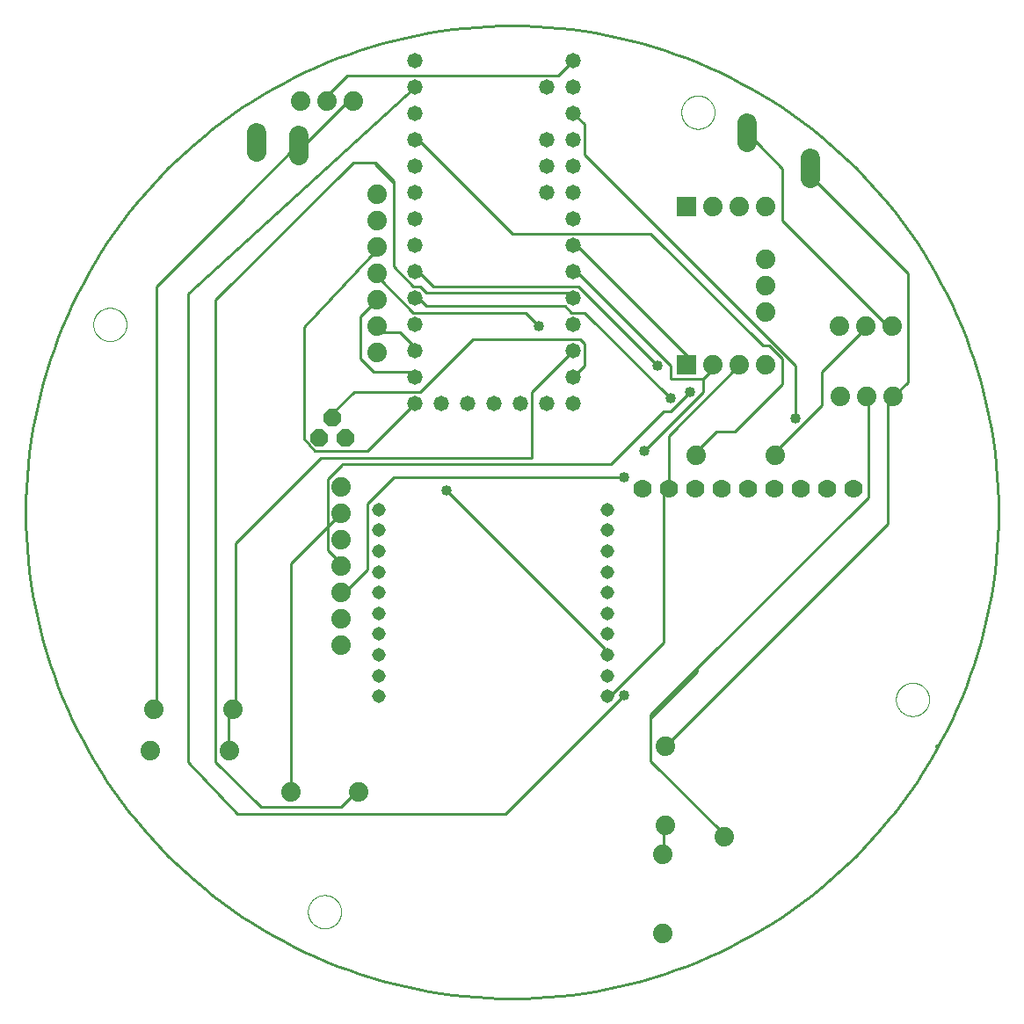
<source format=gtl>
G75*
%MOIN*%
%OFA0B0*%
%FSLAX25Y25*%
%IPPOS*%
%LPD*%
%AMOC8*
5,1,8,0,0,1.08239X$1,22.5*
%
%ADD10C,0.01000*%
%ADD11C,0.01600*%
%ADD12C,0.00000*%
%ADD13C,0.07000*%
%ADD14C,0.05800*%
%ADD15C,0.05150*%
%ADD16C,0.07400*%
%ADD17R,0.07400X0.07400*%
%ADD18C,0.07400*%
%ADD19OC8,0.06600*%
%ADD20C,0.04000*%
D10*
X0081602Y0071525D02*
X0062926Y0091202D01*
X0062926Y0268692D01*
X0149125Y0347225D01*
X0149125Y0327225D02*
X0150925Y0326525D01*
X0185925Y0291525D01*
X0238425Y0291525D01*
X0280925Y0249025D01*
X0283425Y0249025D01*
X0288425Y0244025D01*
X0288425Y0235187D01*
X0288425Y0234367D01*
X0270584Y0216525D01*
X0263425Y0216525D01*
X0255925Y0209025D01*
X0255779Y0207473D01*
X0245260Y0214860D02*
X0245260Y0194591D01*
X0243425Y0194025D01*
X0243425Y0136525D01*
X0223425Y0116525D01*
X0222099Y0115988D01*
X0228425Y0116525D02*
X0183425Y0071525D01*
X0081602Y0071525D01*
X0090013Y0074614D02*
X0090602Y0074025D01*
X0091268Y0074025D01*
X0120925Y0074025D01*
X0125925Y0079025D01*
X0127784Y0079728D01*
X0102194Y0079728D02*
X0102194Y0166530D01*
X0121025Y0185360D01*
X0130925Y0189025D02*
X0140925Y0199025D01*
X0228425Y0199025D01*
X0223425Y0204025D02*
X0243425Y0224025D01*
X0245925Y0224025D01*
X0253425Y0231525D01*
X0258425Y0231525D02*
X0258425Y0236525D01*
X0263425Y0241525D01*
X0262025Y0241625D01*
X0258425Y0236525D02*
X0245925Y0236525D01*
X0245925Y0241525D01*
X0210925Y0276525D01*
X0209125Y0277225D01*
X0210925Y0271525D02*
X0240925Y0241525D01*
X0252025Y0241625D02*
X0253425Y0244025D01*
X0210925Y0286525D01*
X0209125Y0287225D01*
X0210925Y0271525D02*
X0155925Y0271525D01*
X0150925Y0276525D01*
X0149125Y0277225D01*
X0148425Y0271525D02*
X0140925Y0279025D01*
X0140925Y0310846D01*
X0133939Y0317833D01*
X0133939Y0318512D01*
X0140925Y0311525D01*
X0140925Y0310846D01*
X0133939Y0318512D02*
X0125598Y0318512D01*
X0073425Y0266339D01*
X0073425Y0091868D01*
X0073425Y0091868D01*
X0073425Y0091202D01*
X0090013Y0074614D01*
X0078861Y0095429D02*
X0078425Y0096525D01*
X0078425Y0109025D01*
X0079989Y0111028D01*
X0080925Y0111525D01*
X0080925Y0174025D01*
X0113425Y0206525D01*
X0193425Y0206525D01*
X0193425Y0231525D01*
X0209125Y0247225D01*
X0213338Y0249777D02*
X0211589Y0251525D01*
X0170925Y0251525D01*
X0150925Y0231525D01*
X0125925Y0231525D01*
X0118425Y0224025D01*
X0117858Y0221627D01*
X0106925Y0213692D02*
X0110925Y0209025D01*
X0130925Y0209025D01*
X0149125Y0227225D01*
X0149125Y0237225D02*
X0148425Y0239025D01*
X0133425Y0239025D01*
X0128425Y0244025D01*
X0128425Y0259959D01*
X0133457Y0264991D01*
X0134825Y0266359D01*
X0133425Y0264025D01*
X0135925Y0274025D02*
X0134825Y0276359D01*
X0135925Y0274025D02*
X0148425Y0261525D01*
X0190925Y0261525D01*
X0195925Y0256525D01*
X0205925Y0264025D02*
X0208425Y0261525D01*
X0213425Y0261525D01*
X0245925Y0229025D01*
X0258425Y0231525D02*
X0235925Y0209025D01*
X0245260Y0214860D02*
X0272025Y0241625D01*
X0293425Y0241525D02*
X0293425Y0221525D01*
X0303425Y0226525D02*
X0285925Y0209025D01*
X0285779Y0207473D01*
X0303425Y0226525D02*
X0303425Y0239025D01*
X0313083Y0248683D01*
X0318425Y0254025D01*
X0320192Y0256428D01*
X0328425Y0256525D02*
X0330192Y0256428D01*
X0328425Y0256525D02*
X0288425Y0296525D01*
X0288425Y0316225D01*
X0279361Y0325290D01*
X0275025Y0329625D01*
X0275925Y0329025D01*
X0299126Y0312559D02*
X0300925Y0311525D01*
X0335925Y0276525D01*
X0335925Y0235012D01*
X0330517Y0229603D01*
X0328425Y0229025D01*
X0328425Y0181525D01*
X0245925Y0099025D01*
X0243924Y0097056D01*
X0238425Y0091525D02*
X0238425Y0107867D01*
X0256092Y0125533D01*
X0256092Y0126692D01*
X0238425Y0109025D01*
X0238425Y0107867D01*
X0238425Y0091525D02*
X0265925Y0064025D01*
X0266525Y0062625D01*
X0243924Y0067056D02*
X0243425Y0066525D01*
X0243425Y0056525D01*
X0243225Y0056224D01*
X0256092Y0126692D02*
X0320925Y0191525D01*
X0320925Y0229025D01*
X0320517Y0229603D01*
X0293425Y0241525D02*
X0213425Y0321525D01*
X0213425Y0332925D01*
X0209125Y0337225D01*
X0203425Y0351525D02*
X0123425Y0351525D01*
X0115925Y0344025D01*
X0115825Y0341725D01*
X0123425Y0341525D02*
X0125825Y0341725D01*
X0123425Y0341525D02*
X0108425Y0326525D01*
X0105925Y0326525D01*
X0105125Y0324925D01*
X0103425Y0324025D01*
X0081591Y0302191D01*
X0051261Y0271861D01*
X0050925Y0271525D01*
X0050925Y0111525D01*
X0049989Y0111028D01*
X0115925Y0171525D02*
X0115925Y0198524D01*
X0121262Y0203860D01*
X0121427Y0204025D01*
X0223425Y0204025D01*
X0209125Y0237225D02*
X0213338Y0241438D01*
X0213338Y0249777D01*
X0205925Y0264025D02*
X0153425Y0264025D01*
X0150925Y0266525D01*
X0149125Y0267225D01*
X0150925Y0271525D02*
X0153425Y0269025D01*
X0208425Y0269025D01*
X0209125Y0267225D01*
X0150925Y0271525D02*
X0148425Y0271525D01*
X0133425Y0284025D02*
X0134825Y0286359D01*
X0133425Y0284025D02*
X0132090Y0282690D01*
X0106925Y0256192D01*
X0106925Y0213692D01*
X0130925Y0189025D02*
X0130925Y0164025D01*
X0123425Y0156525D01*
X0121025Y0155360D01*
X0121025Y0165360D02*
X0120925Y0166525D01*
X0115925Y0171525D01*
X0160925Y0194025D02*
X0220925Y0134025D01*
X0222099Y0131736D01*
X0001500Y0185925D02*
X0001556Y0190451D01*
X0001722Y0194974D01*
X0002000Y0199492D01*
X0002388Y0204002D01*
X0002887Y0208501D01*
X0003496Y0212986D01*
X0004215Y0217455D01*
X0005044Y0221905D01*
X0005981Y0226333D01*
X0007027Y0230737D01*
X0008181Y0235114D01*
X0009441Y0239461D01*
X0010808Y0243776D01*
X0012281Y0248056D01*
X0013858Y0252299D01*
X0015539Y0256501D01*
X0017322Y0260662D01*
X0019207Y0264777D01*
X0021192Y0268845D01*
X0023277Y0272862D01*
X0025459Y0276828D01*
X0027738Y0280738D01*
X0030113Y0284592D01*
X0032581Y0288386D01*
X0035142Y0292118D01*
X0037793Y0295787D01*
X0040534Y0299389D01*
X0043363Y0302923D01*
X0046277Y0306386D01*
X0049275Y0309777D01*
X0052356Y0313094D01*
X0055517Y0316333D01*
X0058756Y0319494D01*
X0062073Y0322575D01*
X0065464Y0325573D01*
X0068927Y0328487D01*
X0072461Y0331316D01*
X0076063Y0334057D01*
X0079732Y0336708D01*
X0083464Y0339269D01*
X0087258Y0341737D01*
X0091112Y0344112D01*
X0095022Y0346391D01*
X0098988Y0348573D01*
X0103005Y0350658D01*
X0107073Y0352643D01*
X0111188Y0354528D01*
X0115349Y0356311D01*
X0119551Y0357992D01*
X0123794Y0359569D01*
X0128074Y0361042D01*
X0132389Y0362409D01*
X0136736Y0363669D01*
X0141113Y0364823D01*
X0145517Y0365869D01*
X0149945Y0366806D01*
X0154395Y0367635D01*
X0158864Y0368354D01*
X0163349Y0368963D01*
X0167848Y0369462D01*
X0172358Y0369850D01*
X0176876Y0370128D01*
X0181399Y0370294D01*
X0185925Y0370350D01*
X0190451Y0370294D01*
X0194974Y0370128D01*
X0199492Y0369850D01*
X0204002Y0369462D01*
X0208501Y0368963D01*
X0212986Y0368354D01*
X0217455Y0367635D01*
X0221905Y0366806D01*
X0226333Y0365869D01*
X0230737Y0364823D01*
X0235114Y0363669D01*
X0239461Y0362409D01*
X0243776Y0361042D01*
X0248056Y0359569D01*
X0252299Y0357992D01*
X0256501Y0356311D01*
X0260662Y0354528D01*
X0264777Y0352643D01*
X0268845Y0350658D01*
X0272862Y0348573D01*
X0276828Y0346391D01*
X0280738Y0344112D01*
X0284592Y0341737D01*
X0288386Y0339269D01*
X0292118Y0336708D01*
X0295787Y0334057D01*
X0299389Y0331316D01*
X0302923Y0328487D01*
X0306386Y0325573D01*
X0309777Y0322575D01*
X0313094Y0319494D01*
X0316333Y0316333D01*
X0319494Y0313094D01*
X0322575Y0309777D01*
X0325573Y0306386D01*
X0328487Y0302923D01*
X0331316Y0299389D01*
X0334057Y0295787D01*
X0336708Y0292118D01*
X0339269Y0288386D01*
X0341737Y0284592D01*
X0344112Y0280738D01*
X0346391Y0276828D01*
X0348573Y0272862D01*
X0350658Y0268845D01*
X0352643Y0264777D01*
X0354528Y0260662D01*
X0356311Y0256501D01*
X0357992Y0252299D01*
X0359569Y0248056D01*
X0361042Y0243776D01*
X0362409Y0239461D01*
X0363669Y0235114D01*
X0364823Y0230737D01*
X0365869Y0226333D01*
X0366806Y0221905D01*
X0367635Y0217455D01*
X0368354Y0212986D01*
X0368963Y0208501D01*
X0369462Y0204002D01*
X0369850Y0199492D01*
X0370128Y0194974D01*
X0370294Y0190451D01*
X0370350Y0185925D01*
X0370294Y0181399D01*
X0370128Y0176876D01*
X0369850Y0172358D01*
X0369462Y0167848D01*
X0368963Y0163349D01*
X0368354Y0158864D01*
X0367635Y0154395D01*
X0366806Y0149945D01*
X0365869Y0145517D01*
X0364823Y0141113D01*
X0363669Y0136736D01*
X0362409Y0132389D01*
X0361042Y0128074D01*
X0359569Y0123794D01*
X0357992Y0119551D01*
X0356311Y0115349D01*
X0354528Y0111188D01*
X0352643Y0107073D01*
X0350658Y0103005D01*
X0348573Y0098988D01*
X0346391Y0095022D01*
X0344112Y0091112D01*
X0341737Y0087258D01*
X0339269Y0083464D01*
X0336708Y0079732D01*
X0334057Y0076063D01*
X0331316Y0072461D01*
X0328487Y0068927D01*
X0325573Y0065464D01*
X0322575Y0062073D01*
X0319494Y0058756D01*
X0316333Y0055517D01*
X0313094Y0052356D01*
X0309777Y0049275D01*
X0306386Y0046277D01*
X0302923Y0043363D01*
X0299389Y0040534D01*
X0295787Y0037793D01*
X0292118Y0035142D01*
X0288386Y0032581D01*
X0284592Y0030113D01*
X0280738Y0027738D01*
X0276828Y0025459D01*
X0272862Y0023277D01*
X0268845Y0021192D01*
X0264777Y0019207D01*
X0260662Y0017322D01*
X0256501Y0015539D01*
X0252299Y0013858D01*
X0248056Y0012281D01*
X0243776Y0010808D01*
X0239461Y0009441D01*
X0235114Y0008181D01*
X0230737Y0007027D01*
X0226333Y0005981D01*
X0221905Y0005044D01*
X0217455Y0004215D01*
X0212986Y0003496D01*
X0208501Y0002887D01*
X0204002Y0002388D01*
X0199492Y0002000D01*
X0194974Y0001722D01*
X0190451Y0001556D01*
X0185925Y0001500D01*
X0181399Y0001556D01*
X0176876Y0001722D01*
X0172358Y0002000D01*
X0167848Y0002388D01*
X0163349Y0002887D01*
X0158864Y0003496D01*
X0154395Y0004215D01*
X0149945Y0005044D01*
X0145517Y0005981D01*
X0141113Y0007027D01*
X0136736Y0008181D01*
X0132389Y0009441D01*
X0128074Y0010808D01*
X0123794Y0012281D01*
X0119551Y0013858D01*
X0115349Y0015539D01*
X0111188Y0017322D01*
X0107073Y0019207D01*
X0103005Y0021192D01*
X0098988Y0023277D01*
X0095022Y0025459D01*
X0091112Y0027738D01*
X0087258Y0030113D01*
X0083464Y0032581D01*
X0079732Y0035142D01*
X0076063Y0037793D01*
X0072461Y0040534D01*
X0068927Y0043363D01*
X0065464Y0046277D01*
X0062073Y0049275D01*
X0058756Y0052356D01*
X0055517Y0055517D01*
X0052356Y0058756D01*
X0049275Y0062073D01*
X0046277Y0065464D01*
X0043363Y0068927D01*
X0040534Y0072461D01*
X0037793Y0076063D01*
X0035142Y0079732D01*
X0032581Y0083464D01*
X0030113Y0087258D01*
X0027738Y0091112D01*
X0025459Y0095022D01*
X0023277Y0098988D01*
X0021192Y0103005D01*
X0019207Y0107073D01*
X0017322Y0111188D01*
X0015539Y0115349D01*
X0013858Y0119551D01*
X0012281Y0123794D01*
X0010808Y0128074D01*
X0009441Y0132389D01*
X0008181Y0136736D01*
X0007027Y0141113D01*
X0005981Y0145517D01*
X0005044Y0149945D01*
X0004215Y0154395D01*
X0003496Y0158864D01*
X0002887Y0163349D01*
X0002388Y0167848D01*
X0002000Y0172358D01*
X0001722Y0176876D01*
X0001556Y0181399D01*
X0001500Y0185925D01*
X0135925Y0254025D02*
X0134825Y0256359D01*
X0135925Y0254025D02*
X0143425Y0254025D01*
X0148425Y0249025D01*
X0149125Y0247225D01*
X0203425Y0351525D02*
X0209125Y0357225D01*
D11*
X0347241Y0097018D02*
X0347199Y0096927D01*
D12*
X0331526Y0114825D02*
X0331528Y0114983D01*
X0331534Y0115141D01*
X0331544Y0115299D01*
X0331558Y0115457D01*
X0331576Y0115614D01*
X0331597Y0115771D01*
X0331623Y0115927D01*
X0331653Y0116083D01*
X0331686Y0116238D01*
X0331724Y0116391D01*
X0331765Y0116544D01*
X0331810Y0116696D01*
X0331859Y0116847D01*
X0331912Y0116996D01*
X0331968Y0117144D01*
X0332028Y0117290D01*
X0332092Y0117435D01*
X0332160Y0117578D01*
X0332231Y0117720D01*
X0332305Y0117860D01*
X0332383Y0117997D01*
X0332465Y0118133D01*
X0332549Y0118267D01*
X0332638Y0118398D01*
X0332729Y0118527D01*
X0332824Y0118654D01*
X0332921Y0118779D01*
X0333022Y0118901D01*
X0333126Y0119020D01*
X0333233Y0119137D01*
X0333343Y0119251D01*
X0333456Y0119362D01*
X0333571Y0119471D01*
X0333689Y0119576D01*
X0333810Y0119678D01*
X0333933Y0119778D01*
X0334059Y0119874D01*
X0334187Y0119967D01*
X0334317Y0120057D01*
X0334450Y0120143D01*
X0334585Y0120227D01*
X0334721Y0120306D01*
X0334860Y0120383D01*
X0335001Y0120455D01*
X0335143Y0120525D01*
X0335287Y0120590D01*
X0335433Y0120652D01*
X0335580Y0120710D01*
X0335729Y0120765D01*
X0335879Y0120816D01*
X0336030Y0120863D01*
X0336182Y0120906D01*
X0336335Y0120945D01*
X0336490Y0120981D01*
X0336645Y0121012D01*
X0336801Y0121040D01*
X0336957Y0121064D01*
X0337114Y0121084D01*
X0337272Y0121100D01*
X0337429Y0121112D01*
X0337588Y0121120D01*
X0337746Y0121124D01*
X0337904Y0121124D01*
X0338062Y0121120D01*
X0338221Y0121112D01*
X0338378Y0121100D01*
X0338536Y0121084D01*
X0338693Y0121064D01*
X0338849Y0121040D01*
X0339005Y0121012D01*
X0339160Y0120981D01*
X0339315Y0120945D01*
X0339468Y0120906D01*
X0339620Y0120863D01*
X0339771Y0120816D01*
X0339921Y0120765D01*
X0340070Y0120710D01*
X0340217Y0120652D01*
X0340363Y0120590D01*
X0340507Y0120525D01*
X0340649Y0120455D01*
X0340790Y0120383D01*
X0340929Y0120306D01*
X0341065Y0120227D01*
X0341200Y0120143D01*
X0341333Y0120057D01*
X0341463Y0119967D01*
X0341591Y0119874D01*
X0341717Y0119778D01*
X0341840Y0119678D01*
X0341961Y0119576D01*
X0342079Y0119471D01*
X0342194Y0119362D01*
X0342307Y0119251D01*
X0342417Y0119137D01*
X0342524Y0119020D01*
X0342628Y0118901D01*
X0342729Y0118779D01*
X0342826Y0118654D01*
X0342921Y0118527D01*
X0343012Y0118398D01*
X0343101Y0118267D01*
X0343185Y0118133D01*
X0343267Y0117997D01*
X0343345Y0117860D01*
X0343419Y0117720D01*
X0343490Y0117578D01*
X0343558Y0117435D01*
X0343622Y0117290D01*
X0343682Y0117144D01*
X0343738Y0116996D01*
X0343791Y0116847D01*
X0343840Y0116696D01*
X0343885Y0116544D01*
X0343926Y0116391D01*
X0343964Y0116238D01*
X0343997Y0116083D01*
X0344027Y0115927D01*
X0344053Y0115771D01*
X0344074Y0115614D01*
X0344092Y0115457D01*
X0344106Y0115299D01*
X0344116Y0115141D01*
X0344122Y0114983D01*
X0344124Y0114825D01*
X0344122Y0114667D01*
X0344116Y0114509D01*
X0344106Y0114351D01*
X0344092Y0114193D01*
X0344074Y0114036D01*
X0344053Y0113879D01*
X0344027Y0113723D01*
X0343997Y0113567D01*
X0343964Y0113412D01*
X0343926Y0113259D01*
X0343885Y0113106D01*
X0343840Y0112954D01*
X0343791Y0112803D01*
X0343738Y0112654D01*
X0343682Y0112506D01*
X0343622Y0112360D01*
X0343558Y0112215D01*
X0343490Y0112072D01*
X0343419Y0111930D01*
X0343345Y0111790D01*
X0343267Y0111653D01*
X0343185Y0111517D01*
X0343101Y0111383D01*
X0343012Y0111252D01*
X0342921Y0111123D01*
X0342826Y0110996D01*
X0342729Y0110871D01*
X0342628Y0110749D01*
X0342524Y0110630D01*
X0342417Y0110513D01*
X0342307Y0110399D01*
X0342194Y0110288D01*
X0342079Y0110179D01*
X0341961Y0110074D01*
X0341840Y0109972D01*
X0341717Y0109872D01*
X0341591Y0109776D01*
X0341463Y0109683D01*
X0341333Y0109593D01*
X0341200Y0109507D01*
X0341065Y0109423D01*
X0340929Y0109344D01*
X0340790Y0109267D01*
X0340649Y0109195D01*
X0340507Y0109125D01*
X0340363Y0109060D01*
X0340217Y0108998D01*
X0340070Y0108940D01*
X0339921Y0108885D01*
X0339771Y0108834D01*
X0339620Y0108787D01*
X0339468Y0108744D01*
X0339315Y0108705D01*
X0339160Y0108669D01*
X0339005Y0108638D01*
X0338849Y0108610D01*
X0338693Y0108586D01*
X0338536Y0108566D01*
X0338378Y0108550D01*
X0338221Y0108538D01*
X0338062Y0108530D01*
X0337904Y0108526D01*
X0337746Y0108526D01*
X0337588Y0108530D01*
X0337429Y0108538D01*
X0337272Y0108550D01*
X0337114Y0108566D01*
X0336957Y0108586D01*
X0336801Y0108610D01*
X0336645Y0108638D01*
X0336490Y0108669D01*
X0336335Y0108705D01*
X0336182Y0108744D01*
X0336030Y0108787D01*
X0335879Y0108834D01*
X0335729Y0108885D01*
X0335580Y0108940D01*
X0335433Y0108998D01*
X0335287Y0109060D01*
X0335143Y0109125D01*
X0335001Y0109195D01*
X0334860Y0109267D01*
X0334721Y0109344D01*
X0334585Y0109423D01*
X0334450Y0109507D01*
X0334317Y0109593D01*
X0334187Y0109683D01*
X0334059Y0109776D01*
X0333933Y0109872D01*
X0333810Y0109972D01*
X0333689Y0110074D01*
X0333571Y0110179D01*
X0333456Y0110288D01*
X0333343Y0110399D01*
X0333233Y0110513D01*
X0333126Y0110630D01*
X0333022Y0110749D01*
X0332921Y0110871D01*
X0332824Y0110996D01*
X0332729Y0111123D01*
X0332638Y0111252D01*
X0332549Y0111383D01*
X0332465Y0111517D01*
X0332383Y0111653D01*
X0332305Y0111790D01*
X0332231Y0111930D01*
X0332160Y0112072D01*
X0332092Y0112215D01*
X0332028Y0112360D01*
X0331968Y0112506D01*
X0331912Y0112654D01*
X0331859Y0112803D01*
X0331810Y0112954D01*
X0331765Y0113106D01*
X0331724Y0113259D01*
X0331686Y0113412D01*
X0331653Y0113567D01*
X0331623Y0113723D01*
X0331597Y0113879D01*
X0331576Y0114036D01*
X0331558Y0114193D01*
X0331544Y0114351D01*
X0331534Y0114509D01*
X0331528Y0114667D01*
X0331526Y0114825D01*
X0108526Y0034325D02*
X0108528Y0034483D01*
X0108534Y0034641D01*
X0108544Y0034799D01*
X0108558Y0034957D01*
X0108576Y0035114D01*
X0108597Y0035271D01*
X0108623Y0035427D01*
X0108653Y0035583D01*
X0108686Y0035738D01*
X0108724Y0035891D01*
X0108765Y0036044D01*
X0108810Y0036196D01*
X0108859Y0036347D01*
X0108912Y0036496D01*
X0108968Y0036644D01*
X0109028Y0036790D01*
X0109092Y0036935D01*
X0109160Y0037078D01*
X0109231Y0037220D01*
X0109305Y0037360D01*
X0109383Y0037497D01*
X0109465Y0037633D01*
X0109549Y0037767D01*
X0109638Y0037898D01*
X0109729Y0038027D01*
X0109824Y0038154D01*
X0109921Y0038279D01*
X0110022Y0038401D01*
X0110126Y0038520D01*
X0110233Y0038637D01*
X0110343Y0038751D01*
X0110456Y0038862D01*
X0110571Y0038971D01*
X0110689Y0039076D01*
X0110810Y0039178D01*
X0110933Y0039278D01*
X0111059Y0039374D01*
X0111187Y0039467D01*
X0111317Y0039557D01*
X0111450Y0039643D01*
X0111585Y0039727D01*
X0111721Y0039806D01*
X0111860Y0039883D01*
X0112001Y0039955D01*
X0112143Y0040025D01*
X0112287Y0040090D01*
X0112433Y0040152D01*
X0112580Y0040210D01*
X0112729Y0040265D01*
X0112879Y0040316D01*
X0113030Y0040363D01*
X0113182Y0040406D01*
X0113335Y0040445D01*
X0113490Y0040481D01*
X0113645Y0040512D01*
X0113801Y0040540D01*
X0113957Y0040564D01*
X0114114Y0040584D01*
X0114272Y0040600D01*
X0114429Y0040612D01*
X0114588Y0040620D01*
X0114746Y0040624D01*
X0114904Y0040624D01*
X0115062Y0040620D01*
X0115221Y0040612D01*
X0115378Y0040600D01*
X0115536Y0040584D01*
X0115693Y0040564D01*
X0115849Y0040540D01*
X0116005Y0040512D01*
X0116160Y0040481D01*
X0116315Y0040445D01*
X0116468Y0040406D01*
X0116620Y0040363D01*
X0116771Y0040316D01*
X0116921Y0040265D01*
X0117070Y0040210D01*
X0117217Y0040152D01*
X0117363Y0040090D01*
X0117507Y0040025D01*
X0117649Y0039955D01*
X0117790Y0039883D01*
X0117929Y0039806D01*
X0118065Y0039727D01*
X0118200Y0039643D01*
X0118333Y0039557D01*
X0118463Y0039467D01*
X0118591Y0039374D01*
X0118717Y0039278D01*
X0118840Y0039178D01*
X0118961Y0039076D01*
X0119079Y0038971D01*
X0119194Y0038862D01*
X0119307Y0038751D01*
X0119417Y0038637D01*
X0119524Y0038520D01*
X0119628Y0038401D01*
X0119729Y0038279D01*
X0119826Y0038154D01*
X0119921Y0038027D01*
X0120012Y0037898D01*
X0120101Y0037767D01*
X0120185Y0037633D01*
X0120267Y0037497D01*
X0120345Y0037360D01*
X0120419Y0037220D01*
X0120490Y0037078D01*
X0120558Y0036935D01*
X0120622Y0036790D01*
X0120682Y0036644D01*
X0120738Y0036496D01*
X0120791Y0036347D01*
X0120840Y0036196D01*
X0120885Y0036044D01*
X0120926Y0035891D01*
X0120964Y0035738D01*
X0120997Y0035583D01*
X0121027Y0035427D01*
X0121053Y0035271D01*
X0121074Y0035114D01*
X0121092Y0034957D01*
X0121106Y0034799D01*
X0121116Y0034641D01*
X0121122Y0034483D01*
X0121124Y0034325D01*
X0121122Y0034167D01*
X0121116Y0034009D01*
X0121106Y0033851D01*
X0121092Y0033693D01*
X0121074Y0033536D01*
X0121053Y0033379D01*
X0121027Y0033223D01*
X0120997Y0033067D01*
X0120964Y0032912D01*
X0120926Y0032759D01*
X0120885Y0032606D01*
X0120840Y0032454D01*
X0120791Y0032303D01*
X0120738Y0032154D01*
X0120682Y0032006D01*
X0120622Y0031860D01*
X0120558Y0031715D01*
X0120490Y0031572D01*
X0120419Y0031430D01*
X0120345Y0031290D01*
X0120267Y0031153D01*
X0120185Y0031017D01*
X0120101Y0030883D01*
X0120012Y0030752D01*
X0119921Y0030623D01*
X0119826Y0030496D01*
X0119729Y0030371D01*
X0119628Y0030249D01*
X0119524Y0030130D01*
X0119417Y0030013D01*
X0119307Y0029899D01*
X0119194Y0029788D01*
X0119079Y0029679D01*
X0118961Y0029574D01*
X0118840Y0029472D01*
X0118717Y0029372D01*
X0118591Y0029276D01*
X0118463Y0029183D01*
X0118333Y0029093D01*
X0118200Y0029007D01*
X0118065Y0028923D01*
X0117929Y0028844D01*
X0117790Y0028767D01*
X0117649Y0028695D01*
X0117507Y0028625D01*
X0117363Y0028560D01*
X0117217Y0028498D01*
X0117070Y0028440D01*
X0116921Y0028385D01*
X0116771Y0028334D01*
X0116620Y0028287D01*
X0116468Y0028244D01*
X0116315Y0028205D01*
X0116160Y0028169D01*
X0116005Y0028138D01*
X0115849Y0028110D01*
X0115693Y0028086D01*
X0115536Y0028066D01*
X0115378Y0028050D01*
X0115221Y0028038D01*
X0115062Y0028030D01*
X0114904Y0028026D01*
X0114746Y0028026D01*
X0114588Y0028030D01*
X0114429Y0028038D01*
X0114272Y0028050D01*
X0114114Y0028066D01*
X0113957Y0028086D01*
X0113801Y0028110D01*
X0113645Y0028138D01*
X0113490Y0028169D01*
X0113335Y0028205D01*
X0113182Y0028244D01*
X0113030Y0028287D01*
X0112879Y0028334D01*
X0112729Y0028385D01*
X0112580Y0028440D01*
X0112433Y0028498D01*
X0112287Y0028560D01*
X0112143Y0028625D01*
X0112001Y0028695D01*
X0111860Y0028767D01*
X0111721Y0028844D01*
X0111585Y0028923D01*
X0111450Y0029007D01*
X0111317Y0029093D01*
X0111187Y0029183D01*
X0111059Y0029276D01*
X0110933Y0029372D01*
X0110810Y0029472D01*
X0110689Y0029574D01*
X0110571Y0029679D01*
X0110456Y0029788D01*
X0110343Y0029899D01*
X0110233Y0030013D01*
X0110126Y0030130D01*
X0110022Y0030249D01*
X0109921Y0030371D01*
X0109824Y0030496D01*
X0109729Y0030623D01*
X0109638Y0030752D01*
X0109549Y0030883D01*
X0109465Y0031017D01*
X0109383Y0031153D01*
X0109305Y0031290D01*
X0109231Y0031430D01*
X0109160Y0031572D01*
X0109092Y0031715D01*
X0109028Y0031860D01*
X0108968Y0032006D01*
X0108912Y0032154D01*
X0108859Y0032303D01*
X0108810Y0032454D01*
X0108765Y0032606D01*
X0108724Y0032759D01*
X0108686Y0032912D01*
X0108653Y0033067D01*
X0108623Y0033223D01*
X0108597Y0033379D01*
X0108576Y0033536D01*
X0108558Y0033693D01*
X0108544Y0033851D01*
X0108534Y0034009D01*
X0108528Y0034167D01*
X0108526Y0034325D01*
X0027126Y0257025D02*
X0027128Y0257183D01*
X0027134Y0257341D01*
X0027144Y0257499D01*
X0027158Y0257657D01*
X0027176Y0257814D01*
X0027197Y0257971D01*
X0027223Y0258127D01*
X0027253Y0258283D01*
X0027286Y0258438D01*
X0027324Y0258591D01*
X0027365Y0258744D01*
X0027410Y0258896D01*
X0027459Y0259047D01*
X0027512Y0259196D01*
X0027568Y0259344D01*
X0027628Y0259490D01*
X0027692Y0259635D01*
X0027760Y0259778D01*
X0027831Y0259920D01*
X0027905Y0260060D01*
X0027983Y0260197D01*
X0028065Y0260333D01*
X0028149Y0260467D01*
X0028238Y0260598D01*
X0028329Y0260727D01*
X0028424Y0260854D01*
X0028521Y0260979D01*
X0028622Y0261101D01*
X0028726Y0261220D01*
X0028833Y0261337D01*
X0028943Y0261451D01*
X0029056Y0261562D01*
X0029171Y0261671D01*
X0029289Y0261776D01*
X0029410Y0261878D01*
X0029533Y0261978D01*
X0029659Y0262074D01*
X0029787Y0262167D01*
X0029917Y0262257D01*
X0030050Y0262343D01*
X0030185Y0262427D01*
X0030321Y0262506D01*
X0030460Y0262583D01*
X0030601Y0262655D01*
X0030743Y0262725D01*
X0030887Y0262790D01*
X0031033Y0262852D01*
X0031180Y0262910D01*
X0031329Y0262965D01*
X0031479Y0263016D01*
X0031630Y0263063D01*
X0031782Y0263106D01*
X0031935Y0263145D01*
X0032090Y0263181D01*
X0032245Y0263212D01*
X0032401Y0263240D01*
X0032557Y0263264D01*
X0032714Y0263284D01*
X0032872Y0263300D01*
X0033029Y0263312D01*
X0033188Y0263320D01*
X0033346Y0263324D01*
X0033504Y0263324D01*
X0033662Y0263320D01*
X0033821Y0263312D01*
X0033978Y0263300D01*
X0034136Y0263284D01*
X0034293Y0263264D01*
X0034449Y0263240D01*
X0034605Y0263212D01*
X0034760Y0263181D01*
X0034915Y0263145D01*
X0035068Y0263106D01*
X0035220Y0263063D01*
X0035371Y0263016D01*
X0035521Y0262965D01*
X0035670Y0262910D01*
X0035817Y0262852D01*
X0035963Y0262790D01*
X0036107Y0262725D01*
X0036249Y0262655D01*
X0036390Y0262583D01*
X0036529Y0262506D01*
X0036665Y0262427D01*
X0036800Y0262343D01*
X0036933Y0262257D01*
X0037063Y0262167D01*
X0037191Y0262074D01*
X0037317Y0261978D01*
X0037440Y0261878D01*
X0037561Y0261776D01*
X0037679Y0261671D01*
X0037794Y0261562D01*
X0037907Y0261451D01*
X0038017Y0261337D01*
X0038124Y0261220D01*
X0038228Y0261101D01*
X0038329Y0260979D01*
X0038426Y0260854D01*
X0038521Y0260727D01*
X0038612Y0260598D01*
X0038701Y0260467D01*
X0038785Y0260333D01*
X0038867Y0260197D01*
X0038945Y0260060D01*
X0039019Y0259920D01*
X0039090Y0259778D01*
X0039158Y0259635D01*
X0039222Y0259490D01*
X0039282Y0259344D01*
X0039338Y0259196D01*
X0039391Y0259047D01*
X0039440Y0258896D01*
X0039485Y0258744D01*
X0039526Y0258591D01*
X0039564Y0258438D01*
X0039597Y0258283D01*
X0039627Y0258127D01*
X0039653Y0257971D01*
X0039674Y0257814D01*
X0039692Y0257657D01*
X0039706Y0257499D01*
X0039716Y0257341D01*
X0039722Y0257183D01*
X0039724Y0257025D01*
X0039722Y0256867D01*
X0039716Y0256709D01*
X0039706Y0256551D01*
X0039692Y0256393D01*
X0039674Y0256236D01*
X0039653Y0256079D01*
X0039627Y0255923D01*
X0039597Y0255767D01*
X0039564Y0255612D01*
X0039526Y0255459D01*
X0039485Y0255306D01*
X0039440Y0255154D01*
X0039391Y0255003D01*
X0039338Y0254854D01*
X0039282Y0254706D01*
X0039222Y0254560D01*
X0039158Y0254415D01*
X0039090Y0254272D01*
X0039019Y0254130D01*
X0038945Y0253990D01*
X0038867Y0253853D01*
X0038785Y0253717D01*
X0038701Y0253583D01*
X0038612Y0253452D01*
X0038521Y0253323D01*
X0038426Y0253196D01*
X0038329Y0253071D01*
X0038228Y0252949D01*
X0038124Y0252830D01*
X0038017Y0252713D01*
X0037907Y0252599D01*
X0037794Y0252488D01*
X0037679Y0252379D01*
X0037561Y0252274D01*
X0037440Y0252172D01*
X0037317Y0252072D01*
X0037191Y0251976D01*
X0037063Y0251883D01*
X0036933Y0251793D01*
X0036800Y0251707D01*
X0036665Y0251623D01*
X0036529Y0251544D01*
X0036390Y0251467D01*
X0036249Y0251395D01*
X0036107Y0251325D01*
X0035963Y0251260D01*
X0035817Y0251198D01*
X0035670Y0251140D01*
X0035521Y0251085D01*
X0035371Y0251034D01*
X0035220Y0250987D01*
X0035068Y0250944D01*
X0034915Y0250905D01*
X0034760Y0250869D01*
X0034605Y0250838D01*
X0034449Y0250810D01*
X0034293Y0250786D01*
X0034136Y0250766D01*
X0033978Y0250750D01*
X0033821Y0250738D01*
X0033662Y0250730D01*
X0033504Y0250726D01*
X0033346Y0250726D01*
X0033188Y0250730D01*
X0033029Y0250738D01*
X0032872Y0250750D01*
X0032714Y0250766D01*
X0032557Y0250786D01*
X0032401Y0250810D01*
X0032245Y0250838D01*
X0032090Y0250869D01*
X0031935Y0250905D01*
X0031782Y0250944D01*
X0031630Y0250987D01*
X0031479Y0251034D01*
X0031329Y0251085D01*
X0031180Y0251140D01*
X0031033Y0251198D01*
X0030887Y0251260D01*
X0030743Y0251325D01*
X0030601Y0251395D01*
X0030460Y0251467D01*
X0030321Y0251544D01*
X0030185Y0251623D01*
X0030050Y0251707D01*
X0029917Y0251793D01*
X0029787Y0251883D01*
X0029659Y0251976D01*
X0029533Y0252072D01*
X0029410Y0252172D01*
X0029289Y0252274D01*
X0029171Y0252379D01*
X0029056Y0252488D01*
X0028943Y0252599D01*
X0028833Y0252713D01*
X0028726Y0252830D01*
X0028622Y0252949D01*
X0028521Y0253071D01*
X0028424Y0253196D01*
X0028329Y0253323D01*
X0028238Y0253452D01*
X0028149Y0253583D01*
X0028065Y0253717D01*
X0027983Y0253853D01*
X0027905Y0253990D01*
X0027831Y0254130D01*
X0027760Y0254272D01*
X0027692Y0254415D01*
X0027628Y0254560D01*
X0027568Y0254706D01*
X0027512Y0254854D01*
X0027459Y0255003D01*
X0027410Y0255154D01*
X0027365Y0255306D01*
X0027324Y0255459D01*
X0027286Y0255612D01*
X0027253Y0255767D01*
X0027223Y0255923D01*
X0027197Y0256079D01*
X0027176Y0256236D01*
X0027158Y0256393D01*
X0027144Y0256551D01*
X0027134Y0256709D01*
X0027128Y0256867D01*
X0027126Y0257025D01*
X0250126Y0337525D02*
X0250128Y0337683D01*
X0250134Y0337841D01*
X0250144Y0337999D01*
X0250158Y0338157D01*
X0250176Y0338314D01*
X0250197Y0338471D01*
X0250223Y0338627D01*
X0250253Y0338783D01*
X0250286Y0338938D01*
X0250324Y0339091D01*
X0250365Y0339244D01*
X0250410Y0339396D01*
X0250459Y0339547D01*
X0250512Y0339696D01*
X0250568Y0339844D01*
X0250628Y0339990D01*
X0250692Y0340135D01*
X0250760Y0340278D01*
X0250831Y0340420D01*
X0250905Y0340560D01*
X0250983Y0340697D01*
X0251065Y0340833D01*
X0251149Y0340967D01*
X0251238Y0341098D01*
X0251329Y0341227D01*
X0251424Y0341354D01*
X0251521Y0341479D01*
X0251622Y0341601D01*
X0251726Y0341720D01*
X0251833Y0341837D01*
X0251943Y0341951D01*
X0252056Y0342062D01*
X0252171Y0342171D01*
X0252289Y0342276D01*
X0252410Y0342378D01*
X0252533Y0342478D01*
X0252659Y0342574D01*
X0252787Y0342667D01*
X0252917Y0342757D01*
X0253050Y0342843D01*
X0253185Y0342927D01*
X0253321Y0343006D01*
X0253460Y0343083D01*
X0253601Y0343155D01*
X0253743Y0343225D01*
X0253887Y0343290D01*
X0254033Y0343352D01*
X0254180Y0343410D01*
X0254329Y0343465D01*
X0254479Y0343516D01*
X0254630Y0343563D01*
X0254782Y0343606D01*
X0254935Y0343645D01*
X0255090Y0343681D01*
X0255245Y0343712D01*
X0255401Y0343740D01*
X0255557Y0343764D01*
X0255714Y0343784D01*
X0255872Y0343800D01*
X0256029Y0343812D01*
X0256188Y0343820D01*
X0256346Y0343824D01*
X0256504Y0343824D01*
X0256662Y0343820D01*
X0256821Y0343812D01*
X0256978Y0343800D01*
X0257136Y0343784D01*
X0257293Y0343764D01*
X0257449Y0343740D01*
X0257605Y0343712D01*
X0257760Y0343681D01*
X0257915Y0343645D01*
X0258068Y0343606D01*
X0258220Y0343563D01*
X0258371Y0343516D01*
X0258521Y0343465D01*
X0258670Y0343410D01*
X0258817Y0343352D01*
X0258963Y0343290D01*
X0259107Y0343225D01*
X0259249Y0343155D01*
X0259390Y0343083D01*
X0259529Y0343006D01*
X0259665Y0342927D01*
X0259800Y0342843D01*
X0259933Y0342757D01*
X0260063Y0342667D01*
X0260191Y0342574D01*
X0260317Y0342478D01*
X0260440Y0342378D01*
X0260561Y0342276D01*
X0260679Y0342171D01*
X0260794Y0342062D01*
X0260907Y0341951D01*
X0261017Y0341837D01*
X0261124Y0341720D01*
X0261228Y0341601D01*
X0261329Y0341479D01*
X0261426Y0341354D01*
X0261521Y0341227D01*
X0261612Y0341098D01*
X0261701Y0340967D01*
X0261785Y0340833D01*
X0261867Y0340697D01*
X0261945Y0340560D01*
X0262019Y0340420D01*
X0262090Y0340278D01*
X0262158Y0340135D01*
X0262222Y0339990D01*
X0262282Y0339844D01*
X0262338Y0339696D01*
X0262391Y0339547D01*
X0262440Y0339396D01*
X0262485Y0339244D01*
X0262526Y0339091D01*
X0262564Y0338938D01*
X0262597Y0338783D01*
X0262627Y0338627D01*
X0262653Y0338471D01*
X0262674Y0338314D01*
X0262692Y0338157D01*
X0262706Y0337999D01*
X0262716Y0337841D01*
X0262722Y0337683D01*
X0262724Y0337525D01*
X0262722Y0337367D01*
X0262716Y0337209D01*
X0262706Y0337051D01*
X0262692Y0336893D01*
X0262674Y0336736D01*
X0262653Y0336579D01*
X0262627Y0336423D01*
X0262597Y0336267D01*
X0262564Y0336112D01*
X0262526Y0335959D01*
X0262485Y0335806D01*
X0262440Y0335654D01*
X0262391Y0335503D01*
X0262338Y0335354D01*
X0262282Y0335206D01*
X0262222Y0335060D01*
X0262158Y0334915D01*
X0262090Y0334772D01*
X0262019Y0334630D01*
X0261945Y0334490D01*
X0261867Y0334353D01*
X0261785Y0334217D01*
X0261701Y0334083D01*
X0261612Y0333952D01*
X0261521Y0333823D01*
X0261426Y0333696D01*
X0261329Y0333571D01*
X0261228Y0333449D01*
X0261124Y0333330D01*
X0261017Y0333213D01*
X0260907Y0333099D01*
X0260794Y0332988D01*
X0260679Y0332879D01*
X0260561Y0332774D01*
X0260440Y0332672D01*
X0260317Y0332572D01*
X0260191Y0332476D01*
X0260063Y0332383D01*
X0259933Y0332293D01*
X0259800Y0332207D01*
X0259665Y0332123D01*
X0259529Y0332044D01*
X0259390Y0331967D01*
X0259249Y0331895D01*
X0259107Y0331825D01*
X0258963Y0331760D01*
X0258817Y0331698D01*
X0258670Y0331640D01*
X0258521Y0331585D01*
X0258371Y0331534D01*
X0258220Y0331487D01*
X0258068Y0331444D01*
X0257915Y0331405D01*
X0257760Y0331369D01*
X0257605Y0331338D01*
X0257449Y0331310D01*
X0257293Y0331286D01*
X0257136Y0331266D01*
X0256978Y0331250D01*
X0256821Y0331238D01*
X0256662Y0331230D01*
X0256504Y0331226D01*
X0256346Y0331226D01*
X0256188Y0331230D01*
X0256029Y0331238D01*
X0255872Y0331250D01*
X0255714Y0331266D01*
X0255557Y0331286D01*
X0255401Y0331310D01*
X0255245Y0331338D01*
X0255090Y0331369D01*
X0254935Y0331405D01*
X0254782Y0331444D01*
X0254630Y0331487D01*
X0254479Y0331534D01*
X0254329Y0331585D01*
X0254180Y0331640D01*
X0254033Y0331698D01*
X0253887Y0331760D01*
X0253743Y0331825D01*
X0253601Y0331895D01*
X0253460Y0331967D01*
X0253321Y0332044D01*
X0253185Y0332123D01*
X0253050Y0332207D01*
X0252917Y0332293D01*
X0252787Y0332383D01*
X0252659Y0332476D01*
X0252533Y0332572D01*
X0252410Y0332672D01*
X0252289Y0332774D01*
X0252171Y0332879D01*
X0252056Y0332988D01*
X0251943Y0333099D01*
X0251833Y0333213D01*
X0251726Y0333330D01*
X0251622Y0333449D01*
X0251521Y0333571D01*
X0251424Y0333696D01*
X0251329Y0333823D01*
X0251238Y0333952D01*
X0251149Y0334083D01*
X0251065Y0334217D01*
X0250983Y0334353D01*
X0250905Y0334490D01*
X0250831Y0334630D01*
X0250760Y0334772D01*
X0250692Y0334915D01*
X0250628Y0335060D01*
X0250568Y0335206D01*
X0250512Y0335354D01*
X0250459Y0335503D01*
X0250410Y0335654D01*
X0250365Y0335806D01*
X0250324Y0335959D01*
X0250286Y0336112D01*
X0250253Y0336267D01*
X0250223Y0336423D01*
X0250197Y0336579D01*
X0250176Y0336736D01*
X0250158Y0336893D01*
X0250144Y0337051D01*
X0250134Y0337209D01*
X0250128Y0337367D01*
X0250126Y0337525D01*
D13*
X0245260Y0194591D03*
X0235260Y0194591D03*
X0255260Y0194591D03*
X0265260Y0194591D03*
X0275260Y0194591D03*
X0285260Y0194591D03*
X0295260Y0194591D03*
X0305260Y0194591D03*
X0315260Y0194591D03*
D14*
X0209125Y0227225D03*
X0209125Y0237225D03*
X0209125Y0247225D03*
X0209125Y0257225D03*
X0209125Y0267225D03*
X0209125Y0277225D03*
X0209125Y0287225D03*
X0209125Y0297225D03*
X0209125Y0307225D03*
X0199125Y0307225D03*
X0199125Y0317225D03*
X0199125Y0327225D03*
X0209125Y0327225D03*
X0209125Y0317225D03*
X0209125Y0337225D03*
X0209125Y0347225D03*
X0199125Y0347225D03*
X0209125Y0357225D03*
X0149125Y0357225D03*
X0149125Y0347225D03*
X0149125Y0337225D03*
X0149125Y0327225D03*
X0149125Y0317225D03*
X0149125Y0307225D03*
X0149125Y0297225D03*
X0149125Y0287225D03*
X0149125Y0277225D03*
X0149125Y0267225D03*
X0149125Y0257225D03*
X0149125Y0247225D03*
X0149125Y0237225D03*
X0149125Y0227225D03*
X0159125Y0227225D03*
X0169125Y0227225D03*
X0179125Y0227225D03*
X0189125Y0227225D03*
X0199125Y0227225D03*
D15*
X0222099Y0186854D03*
X0222099Y0178980D03*
X0222099Y0171106D03*
X0222099Y0163232D03*
X0222099Y0155358D03*
X0222099Y0147484D03*
X0222099Y0139610D03*
X0222099Y0131736D03*
X0222099Y0123862D03*
X0222099Y0115988D03*
X0135485Y0115988D03*
X0135485Y0123862D03*
X0135485Y0131736D03*
X0135485Y0139610D03*
X0135485Y0147484D03*
X0135485Y0155358D03*
X0135485Y0163232D03*
X0135485Y0171106D03*
X0135485Y0178980D03*
X0135485Y0186854D03*
D16*
X0121025Y0185360D03*
X0121025Y0175360D03*
X0121025Y0165360D03*
X0121025Y0155360D03*
X0121025Y0145360D03*
X0121025Y0135360D03*
X0079989Y0111028D03*
X0078861Y0095429D03*
X0102194Y0079728D03*
X0127784Y0079728D03*
X0048861Y0095429D03*
X0049989Y0111028D03*
X0121025Y0195360D03*
X0134825Y0246359D03*
X0134825Y0256359D03*
X0134825Y0266359D03*
X0134825Y0276359D03*
X0134825Y0286359D03*
X0134825Y0296359D03*
X0134825Y0306359D03*
X0125825Y0341725D03*
X0115825Y0341725D03*
X0105825Y0341725D03*
X0255779Y0207473D03*
X0285779Y0207473D03*
X0310517Y0229603D03*
X0320517Y0229603D03*
X0330517Y0229603D03*
X0330192Y0256428D03*
X0320192Y0256428D03*
X0310192Y0256428D03*
X0282025Y0261625D03*
X0282025Y0271625D03*
X0282025Y0281625D03*
X0282025Y0301625D03*
X0272025Y0301625D03*
X0262025Y0301625D03*
X0262025Y0241625D03*
X0272025Y0241625D03*
X0282025Y0241625D03*
X0243924Y0097056D03*
X0243924Y0067056D03*
X0243225Y0056224D03*
X0266525Y0062625D03*
X0243225Y0026224D03*
D17*
X0252025Y0241625D03*
X0252025Y0301625D03*
D18*
X0275025Y0325925D02*
X0275025Y0333325D01*
X0299126Y0319959D02*
X0299126Y0312559D01*
X0105125Y0321225D02*
X0105125Y0328625D01*
X0089058Y0329759D02*
X0089058Y0322359D01*
D19*
X0117858Y0221627D03*
X0112858Y0214127D03*
X0122858Y0214127D03*
D20*
X0160925Y0194025D03*
X0195925Y0256525D03*
X0240925Y0241525D03*
X0245925Y0229025D03*
X0253425Y0231525D03*
X0235925Y0209025D03*
X0228425Y0199025D03*
X0293425Y0221525D03*
X0228425Y0116525D03*
M02*

</source>
